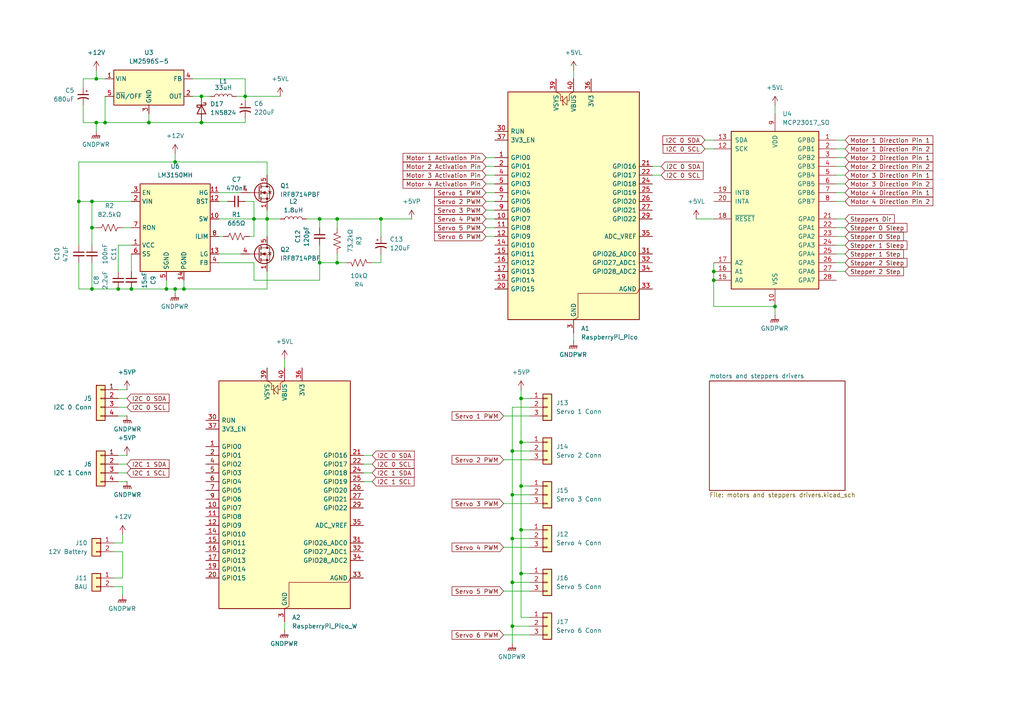
<source format=kicad_sch>
(kicad_sch (version 20250114) (generator "eeschema") (generator_version "9.0")
  (paper "A4")
  (lib_symbols
    (symbol "Connector_Generic:Conn_01x02" (pin_names (offset 1.016) (hide yes))
      (property "Reference" "J" (at 0 2.54 0))
      (property "Value" "Conn_01x02" (at 0 -5.08 0))
      (symbol "Conn_01x02_1_1"
        (rectangle (start -1.27 1.27) (end 1.27 -3.81) (stroke (width 0.254)) (fill (type background)))
        (rectangle (start -1.27 0.127) (end 0 -0.127) (stroke (width 0.1524)))
        (rectangle (start -1.27 -2.413) (end 0 -2.667) (stroke (width 0.1524)))
        (pin passive line (at -5.08 0 0) (length 3.81) (name "Pin_1") (number "1"))
        (pin passive line (at -5.08 -2.54 0) (length 3.81) (name "Pin_2") (number "2"))
      )
    )
    (symbol "Connector_Generic:Conn_01x03" (pin_names (offset 1.016) (hide yes))
      (property "Reference" "J" (at 0 5.08 0))
      (property "Value" "Conn_01x03" (at 0 -5.08 0))
      (symbol "Conn_01x03_1_1"
        (rectangle (start -1.27 3.81) (end 1.27 -3.81) (stroke (width 0.254)) (fill (type background)))
        (rectangle (start -1.27 2.667) (end 0 2.413) (stroke (width 0.1524)))
        (rectangle (start -1.27 0.127) (end 0 -0.127) (stroke (width 0.1524)))
        (rectangle (start -1.27 -2.413) (end 0 -2.667) (stroke (width 0.1524)))
        (pin passive line (at -5.08 2.54 0) (length 3.81) (name "Pin_1") (number "1"))
        (pin passive line (at -5.08 0 0) (length 3.81) (name "Pin_2") (number "2"))
        (pin passive line (at -5.08 -2.54 0) (length 3.81) (name "Pin_3") (number "3"))
      )
    )
    (symbol "Connector_Generic:Conn_01x04" (pin_names (offset 1.016) (hide yes))
      (property "Reference" "J" (at 0 5.08 0))
      (property "Value" "Conn_01x04" (at 0 -7.62 0))
      (symbol "Conn_01x04_1_1"
        (rectangle (start -1.27 3.81) (end 1.27 -6.35) (stroke (width 0.254)) (fill (type background)))
        (rectangle (start -1.27 2.667) (end 0 2.413) (stroke (width 0.1524)))
        (rectangle (start -1.27 0.127) (end 0 -0.127) (stroke (width 0.1524)))
        (rectangle (start -1.27 -2.413) (end 0 -2.667) (stroke (width 0.1524)))
        (rectangle (start -1.27 -4.953) (end 0 -5.207) (stroke (width 0.1524)))
        (pin passive line (at -5.08 2.54 0) (length 3.81) (name "Pin_1") (number "1"))
        (pin passive line (at -5.08 0 0) (length 3.81) (name "Pin_2") (number "2"))
        (pin passive line (at -5.08 -2.54 0) (length 3.81) (name "Pin_3") (number "3"))
        (pin passive line (at -5.08 -5.08 0) (length 3.81) (name "Pin_4") (number "4"))
      )
    )
    (symbol "Device:C_Polarized_Small_US" (pin_numbers (hide yes)) (pin_names (offset 0.254) (hide yes))
      (property "Reference" "C" (at 0.254 1.778 0))
      (property "Value" "C_Polarized_Small_US" (at 0.254 -2.032 0))
      (symbol "C_Polarized_Small_US_0_1"
        (polyline (pts (xy -1.524 0.508) (xy 1.524 0.508)) (stroke (width 0.3048)))
        (polyline (pts (xy -1.27 1.524) (xy -0.762 1.524)))
        (polyline (pts (xy -1.016 1.27) (xy -1.016 1.778)))
        (arc (start -1.524 -0.762) (mid 0 -0.3734) (end 1.524 -0.762) (stroke (width 0.3048)))
      )
      (symbol "C_Polarized_Small_US_1_1"
        (pin passive line (at 0 2.54 270) (length 2.032) (name "~") (number "1"))
        (pin passive line (at 0 -2.54 90) (length 2.032) (name "~") (number "2"))
      )
    )
    (symbol "Device:C_Small" (pin_numbers (hide yes)) (pin_names (offset 0.254) (hide yes))
      (property "Reference" "C" (at 0.254 1.778 0))
      (property "Value" "C_Small" (at 0.254 -2.032 0))
      (symbol "C_Small_0_1"
        (polyline (pts (xy -1.524 0.508) (xy 1.524 0.508)) (stroke (width 0.3048)))
        (polyline (pts (xy -1.524 -0.508) (xy 1.524 -0.508)) (stroke (width 0.3302)))
      )
      (symbol "C_Small_1_1"
        (pin passive line (at 0 2.54 270) (length 2.032) (name "~") (number "1"))
        (pin passive line (at 0 -2.54 90) (length 2.032) (name "~") (number "2"))
      )
    )
    (symbol "Device:L" (pin_numbers (hide yes)) (pin_names (offset 1.016) (hide yes))
      (property "Reference" "L" (at -1.27 0 90))
      (property "Value" "L" (at 1.905 0 90))
      (symbol "L_0_1"
        (arc (start 0 2.54) (mid 0.6323 1.905) (end 0 1.27))
        (arc (start 0 1.27) (mid 0.6323 0.635) (end 0 0))
        (arc (start 0 0) (mid 0.6323 -0.635) (end 0 -1.27))
        (arc (start 0 -1.27) (mid 0.6323 -1.905) (end 0 -2.54))
      )
      (symbol "L_1_1"
        (pin passive line (at 0 3.81 270) (length 1.27) (name "1") (number "1"))
        (pin passive line (at 0 -3.81 90) (length 1.27) (name "2") (number "2"))
      )
    )
    (symbol "Device:R_US" (pin_numbers (hide yes)) (pin_names (offset 0))
      (property "Reference" "R" (at 2.54 0 90))
      (property "Value" "R_US" (at -2.54 0 90))
      (symbol "R_US_0_1"
        (polyline (pts (xy 0 2.286) (xy 0 2.54)))
        (polyline (pts (xy 0 2.286) (xy 1.016 1.905) (xy 0 1.524) (xy -1.016 1.143) (xy 0 0.762)))
        (polyline (pts (xy 0 0.762) (xy 1.016 0.381) (xy 0 0) (xy -1.016 -0.381) (xy 0 -0.762)))
        (polyline (pts (xy 0 -0.762) (xy 1.016 -1.143) (xy 0 -1.524) (xy -1.016 -1.905) (xy 0 -2.286)))
        (polyline (pts (xy 0 -2.286) (xy 0 -2.54)))
      )
      (symbol "R_US_1_1"
        (pin passive line (at 0 3.81 270) (length 1.27) (name "~") (number "1"))
        (pin passive line (at 0 -3.81 90) (length 1.27) (name "~") (number "2"))
      )
    )
    (symbol "Diode:1N5822" (pin_numbers (hide yes)) (pin_names (offset 1.016) (hide yes))
      (property "Reference" "D" (at 0 2.54 0))
      (property "Value" "1N5822" (at 0 -2.54 0))
      (symbol "1N5822_0_1"
        (polyline (pts (xy -1.905 0.635) (xy -1.905 1.27) (xy -1.27 1.27) (xy -1.27 -1.27) (xy -0.635 -1.27) (xy -0.635 -0.635)) (stroke (width 0.254)))
        (polyline (pts (xy 1.27 1.27) (xy 1.27 -1.27) (xy -1.27 0) (xy 1.27 1.27)) (stroke (width 0.254)))
        (polyline (pts (xy 1.27 0) (xy -1.27 0)))
      )
      (symbol "1N5822_1_1"
        (pin passive line (at -3.81 0 0) (length 2.54) (name "K") (number "1"))
        (pin passive line (at 3.81 0 180) (length 2.54) (name "A") (number "2"))
      )
    )
    (symbol "Interface_Expansion:MCP23017_SO" (pin_names (offset 1.016))
      (property "Reference" "U" (at -11.43 24.13 0))
      (property "Value" "MCP23017_SO" (at 0 0 0))
      (symbol "MCP23017_SO_0_1"
        (rectangle (start -12.7 22.86) (end 12.7 -22.86) (stroke (width 0.254)) (fill (type background)))
      )
      (symbol "MCP23017_SO_1_1"
        (pin bidirectional line (at -17.78 20.32 0) (length 5.08) (name "SDA") (number "13"))
        (pin input line (at -17.78 17.78 0) (length 5.08) (name "SCK") (number "12"))
        (pin tri_state line (at -17.78 5.08 0) (length 5.08) (name "INTB") (number "19"))
        (pin tri_state line (at -17.78 2.54 0) (length 5.08) (name "INTA") (number "20"))
        (pin input line (at -17.78 -2.54 0) (length 5.08) (name "~{RESET}") (number "18"))
        (pin input line (at -17.78 -15.24 0) (length 5.08) (name "A2") (number "17"))
        (pin input line (at -17.78 -17.78 0) (length 5.08) (name "A1") (number "16"))
        (pin input line (at -17.78 -20.32 0) (length 5.08) (name "A0") (number "15"))
        (pin no_connect line (at -12.7 15.24 0) (length 5.08) (hide yes) (name "NC") (number "11"))
        (pin no_connect line (at -12.7 12.7 0) (length 5.08) (hide yes) (name "NC") (number "14"))
        (pin power_in line (at 0 27.94 270) (length 5.08) (name "VDD") (number "9"))
        (pin power_in line (at 0 -27.94 90) (length 5.08) (name "VSS") (number "10"))
        (pin bidirectional line (at 17.78 20.32 180) (length 5.08) (name "GPB0") (number "1"))
        (pin bidirectional line (at 17.78 17.78 180) (length 5.08) (name "GPB1") (number "2"))
        (pin bidirectional line (at 17.78 15.24 180) (length 5.08) (name "GPB2") (number "3"))
        (pin bidirectional line (at 17.78 12.7 180) (length 5.08) (name "GPB3") (number "4"))
        (pin bidirectional line (at 17.78 10.16 180) (length 5.08) (name "GPB4") (number "5"))
        (pin bidirectional line (at 17.78 7.62 180) (length 5.08) (name "GPB5") (number "6"))
        (pin bidirectional line (at 17.78 5.08 180) (length 5.08) (name "GPB6") (number "7"))
        (pin output line (at 17.78 2.54 180) (length 5.08) (name "GPB7") (number "8"))
        (pin bidirectional line (at 17.78 -2.54 180) (length 5.08) (name "GPA0") (number "21"))
        (pin bidirectional line (at 17.78 -5.08 180) (length 5.08) (name "GPA1") (number "22"))
        (pin bidirectional line (at 17.78 -7.62 180) (length 5.08) (name "GPA2") (number "23"))
        (pin bidirectional line (at 17.78 -10.16 180) (length 5.08) (name "GPA3") (number "24"))
        (pin bidirectional line (at 17.78 -12.7 180) (length 5.08) (name "GPA4") (number "25"))
        (pin bidirectional line (at 17.78 -15.24 180) (length 5.08) (name "GPA5") (number "26"))
        (pin bidirectional line (at 17.78 -17.78 180) (length 5.08) (name "GPA6") (number "27"))
        (pin output line (at 17.78 -20.32 180) (length 5.08) (name "GPA7") (number "28"))
      )
    )
    (symbol "MCU_Module:RaspberryPi_Pico" (pin_names (offset 0.762))
      (property "Reference" "A" (at -19.05 35.56 0))
      (property "Value" "RaspberryPi_Pico" (at 7.62 35.56 0))
      (symbol "RaspberryPi_Pico_0_1"
        (rectangle (start -19.05 34.29) (end 19.05 -31.75) (stroke (width 0.254)) (fill (type background)))
        (polyline (pts (xy -5.08 34.29) (xy -3.81 33.655) (xy -3.81 31.75) (xy -3.175 31.75)))
        (polyline (pts (xy -3.429 32.766) (xy -3.429 33.02) (xy -3.175 33.02) (xy -3.175 30.48) (xy -2.921 30.48) (xy -2.921 30.734)))
        (polyline (pts (xy -3.175 31.75) (xy -1.905 33.02) (xy -1.905 30.48) (xy -3.175 31.75)))
        (polyline (pts (xy 0 34.29) (xy -1.27 33.655) (xy -1.27 31.75) (xy -1.905 31.75)))
        (polyline (pts (xy 0 -31.75) (xy 1.27 -31.115) (xy 1.27 -24.13) (xy 18.415 -24.13) (xy 19.05 -22.86)))
      )
      (symbol "RaspberryPi_Pico_1_1"
        (pin passive line (at -22.86 22.86 0) (length 3.81) (name "RUN") (number "30"))
        (pin passive line (at -22.86 20.32 0) (length 3.81) (name "3V3_EN") (number "37"))
        (pin bidirectional line (at -22.86 15.24 0) (length 3.81) (name "GPIO0") (number "1"))
        (pin bidirectional line (at -22.86 12.7 0) (length 3.81) (name "GPIO1") (number "2"))
        (pin bidirectional line (at -22.86 10.16 0) (length 3.81) (name "GPIO2") (number "4"))
        (pin bidirectional line (at -22.86 7.62 0) (length 3.81) (name "GPIO3") (number "5"))
        (pin bidirectional line (at -22.86 5.08 0) (length 3.81) (name "GPIO4") (number "6"))
        (pin bidirectional line (at -22.86 2.54 0) (length 3.81) (name "GPIO5") (number "7"))
        (pin bidirectional line (at -22.86 0 0) (length 3.81) (name "GPIO6") (number "9"))
        (pin bidirectional line (at -22.86 -2.54 0) (length 3.81) (name "GPIO7") (number "10"))
        (pin bidirectional line (at -22.86 -5.08 0) (length 3.81) (name "GPIO8") (number "11"))
        (pin bidirectional line (at -22.86 -7.62 0) (length 3.81) (name "GPIO9") (number "12"))
        (pin bidirectional line (at -22.86 -10.16 0) (length 3.81) (name "GPIO10") (number "14"))
        (pin bidirectional line (at -22.86 -12.7 0) (length 3.81) (name "GPIO11") (number "15"))
        (pin bidirectional line (at -22.86 -15.24 0) (length 3.81) (name "GPIO12") (number "16"))
        (pin bidirectional line (at -22.86 -17.78 0) (length 3.81) (name "GPIO13") (number "17"))
        (pin bidirectional line (at -22.86 -20.32 0) (length 3.81) (name "GPIO14") (number "19"))
        (pin bidirectional line (at -22.86 -22.86 0) (length 3.81) (name "GPIO15") (number "20"))
        (pin power_in line (at -5.08 38.1 270) (length 3.81) (name "VSYS") (number "39"))
        (pin power_out line (at 0 38.1 270) (length 3.81) (name "VBUS") (number "40"))
        (pin passive line (at 0 -35.56 90) (length 3.81) (hide yes) (name "GND") (number "13"))
        (pin passive line (at 0 -35.56 90) (length 3.81) (hide yes) (name "GND") (number "18"))
        (pin passive line (at 0 -35.56 90) (length 3.81) (hide yes) (name "GND") (number "23"))
        (pin passive line (at 0 -35.56 90) (length 3.81) (hide yes) (name "GND") (number "28"))
        (pin power_out line (at 0 -35.56 90) (length 3.81) (name "GND") (number "3"))
        (pin passive line (at 0 -35.56 90) (length 3.81) (hide yes) (name "GND") (number "38"))
        (pin passive line (at 0 -35.56 90) (length 3.81) (hide yes) (name "GND") (number "8"))
        (pin power_out line (at 5.08 38.1 270) (length 3.81) (name "3V3") (number "36"))
        (pin bidirectional line (at 22.86 12.7 180) (length 3.81) (name "GPIO16") (number "21"))
        (pin bidirectional line (at 22.86 10.16 180) (length 3.81) (name "GPIO17") (number "22"))
        (pin bidirectional line (at 22.86 7.62 180) (length 3.81) (name "GPIO18") (number "24"))
        (pin bidirectional line (at 22.86 5.08 180) (length 3.81) (name "GPIO19") (number "25"))
        (pin bidirectional line (at 22.86 2.54 180) (length 3.81) (name "GPIO20") (number "26"))
        (pin bidirectional line (at 22.86 0 180) (length 3.81) (name "GPIO21") (number "27"))
        (pin bidirectional line (at 22.86 -2.54 180) (length 3.81) (name "GPIO22") (number "29"))
        (pin power_in line (at 22.86 -7.62 180) (length 3.81) (name "ADC_VREF") (number "35"))
        (pin bidirectional line (at 22.86 -12.7 180) (length 3.81) (name "GPIO26_ADC0") (number "31"))
        (pin bidirectional line (at 22.86 -15.24 180) (length 3.81) (name "GPIO27_ADC1") (number "32"))
        (pin bidirectional line (at 22.86 -17.78 180) (length 3.81) (name "GPIO28_ADC2") (number "34"))
        (pin power_out line (at 22.86 -22.86 180) (length 3.81) (name "AGND") (number "33"))
      )
    )
    (symbol "MCU_Module:RaspberryPi_Pico_W" (pin_names (offset 0.762))
      (property "Reference" "A" (at -19.05 35.56 0))
      (property "Value" "RaspberryPi_Pico_W" (at 7.62 35.56 0))
      (symbol "RaspberryPi_Pico_W_0_1"
        (rectangle (start -19.05 34.29) (end 19.05 -31.75) (stroke (width 0.254)) (fill (type background)))
        (polyline (pts (xy -5.08 34.29) (xy -3.81 33.655) (xy -3.81 31.75) (xy -3.175 31.75)))
        (polyline (pts (xy -3.429 32.766) (xy -3.429 33.02) (xy -3.175 33.02) (xy -3.175 30.48) (xy -2.921 30.48) (xy -2.921 30.734)))
        (polyline (pts (xy -3.175 31.75) (xy -1.905 33.02) (xy -1.905 30.48) (xy -3.175 31.75)))
        (polyline (pts (xy 0 34.29) (xy -1.27 33.655) (xy -1.27 31.75) (xy -1.905 31.75)))
        (polyline (pts (xy 0 -31.75) (xy 1.27 -31.115) (xy 1.27 -24.13) (xy 18.415 -24.13) (xy 19.05 -22.86)))
      )
      (symbol "RaspberryPi_Pico_W_1_1"
        (pin passive line (at -22.86 22.86 0) (length 3.81) (name "RUN") (number "30"))
        (pin passive line (at -22.86 20.32 0) (length 3.81) (name "3V3_EN") (number "37"))
        (pin bidirectional line (at -22.86 15.24 0) (length 3.81) (name "GPIO0") (number "1"))
        (pin bidirectional line (at -22.86 12.7 0) (length 3.81) (name "GPIO1") (number "2"))
        (pin bidirectional line (at -22.86 10.16 0) (length 3.81) (name "GPIO2") (number "4"))
        (pin bidirectional line (at -22.86 7.62 0) (length 3.81) (name "GPIO3") (number "5"))
        (pin bidirectional line (at -22.86 5.08 0) (length 3.81) (name "GPIO4") (number "6"))
        (pin bidirectional line (at -22.86 2.54 0) (length 3.81) (name "GPIO5") (number "7"))
        (pin bidirectional line (at -22.86 0 0) (length 3.81) (name "GPIO6") (number "9"))
        (pin bidirectional line (at -22.86 -2.54 0) (length 3.81) (name "GPIO7") (number "10"))
        (pin bidirectional line (at -22.86 -5.08 0) (length 3.81) (name "GPIO8") (number "11"))
        (pin bidirectional line (at -22.86 -7.62 0) (length 3.81) (name "GPIO9") (number "12"))
        (pin bidirectional line (at -22.86 -10.16 0) (length 3.81) (name "GPIO10") (number "14"))
        (pin bidirectional line (at -22.86 -12.7 0) (length 3.81) (name "GPIO11") (number "15"))
        (pin bidirectional line (at -22.86 -15.24 0) (length 3.81) (name "GPIO12") (number "16"))
        (pin bidirectional line (at -22.86 -17.78 0) (length 3.81) (name "GPIO13") (number "17"))
        (pin bidirectional line (at -22.86 -20.32 0) (length 3.81) (name "GPIO14") (number "19"))
        (pin bidirectional line (at -22.86 -22.86 0) (length 3.81) (name "GPIO15") (number "20"))
        (pin power_in line (at -5.08 38.1 270) (length 3.81) (name "VSYS") (number "39"))
        (pin power_out line (at 0 38.1 270) (length 3.81) (name "VBUS") (number "40"))
        (pin passive line (at 0 -35.56 90) (length 3.81) (hide yes) (name "GND") (number "13"))
        (pin passive line (at 0 -35.56 90) (length 3.81) (hide yes) (name "GND") (number "18"))
        (pin passive line (at 0 -35.56 90) (length 3.81) (hide yes) (name "GND") (number "23"))
        (pin passive line (at 0 -35.56 90) (length 3.81) (hide yes) (name "GND") (number "28"))
        (pin power_out line (at 0 -35.56 90) (length 3.81) (name "GND") (number "3"))
        (pin passive line (at 0 -35.56 90) (length 3.81) (hide yes) (name "GND") (number "38"))
        (pin passive line (at 0 -35.56 90) (length 3.81) (hide yes) (name "GND") (number "8"))
        (pin power_out line (at 5.08 38.1 270) (length 3.81) (name "3V3") (number "36"))
        (pin bidirectional line (at 22.86 12.7 180) (length 3.81) (name "GPIO16") (number "21"))
        (pin bidirectional line (at 22.86 10.16 180) (length 3.81) (name "GPIO17") (number "22"))
        (pin bidirectional line (at 22.86 7.62 180) (length 3.81) (name "GPIO18") (number "24"))
        (pin bidirectional line (at 22.86 5.08 180) (length 3.81) (name "GPIO19") (number "25"))
        (pin bidirectional line (at 22.86 2.54 180) (length 3.81) (name "GPIO20") (number "26"))
        (pin bidirectional line (at 22.86 0 180) (length 3.81) (name "GPIO21") (number "27"))
        (pin bidirectional line (at 22.86 -2.54 180) (length 3.81) (name "GPIO22") (number "29"))
        (pin power_in line (at 22.86 -7.62 180) (length 3.81) (name "ADC_VREF") (number "35"))
        (pin bidirectional line (at 22.86 -12.7 180) (length 3.81) (name "GPIO26_ADC0") (number "31"))
        (pin bidirectional line (at 22.86 -15.24 180) (length 3.81) (name "GPIO27_ADC1") (number "32"))
        (pin bidirectional line (at 22.86 -17.78 180) (length 3.81) (name "GPIO28_ADC2") (number "34"))
        (pin power_out line (at 22.86 -22.86 180) (length 3.81) (name "AGND") (number "33"))
      )
    )
    (symbol "Regulator_Switching:LM2596S-5"
      (property "Reference" "U" (at -10.16 6.35 0))
      (property "Value" "LM2596S-5" (at 0 6.35 0))
      (symbol "LM2596S-5_0_1"
        (rectangle (start -10.16 5.08) (end 10.16 -5.08) (stroke (width 0.254)) (fill (type background)))
      )
      (symbol "LM2596S-5_1_1"
        (pin power_in line (at -12.7 2.54 0) (length 2.54) (name "VIN") (number "1"))
        (pin input line (at -12.7 -2.54 0) (length 2.54) (name "~{ON}/OFF") (number "5"))
        (pin power_in line (at 0 -7.62 90) (length 2.54) (name "GND") (number "3"))
        (pin input line (at 12.7 2.54 180) (length 2.54) (name "FB") (number "4"))
        (pin output line (at 12.7 -2.54 180) (length 2.54) (name "OUT") (number "2"))
      )
    )
    (symbol "Regulator_Switching:LM3150MH"
      (property "Reference" "U" (at -10.16 13.97 0))
      (property "Value" "LM3150MH" (at 2.54 13.97 0))
      (symbol "LM3150MH_0_1"
        (rectangle (start -10.16 12.7) (end 10.16 -12.7) (stroke (width 0.254)) (fill (type background)))
      )
      (symbol "LM3150MH_1_1"
        (pin input line (at -12.7 10.16 0) (length 2.54) (name "EN") (number "3"))
        (pin power_in line (at -12.7 7.62 0) (length 2.54) (name "VIN") (number "2"))
        (pin input line (at -12.7 0 0) (length 2.54) (name "RON") (number "7"))
        (pin power_out line (at -12.7 -5.08 0) (length 2.54) (name "VCC") (number "1"))
        (pin passive line (at -12.7 -7.62 0) (length 2.54) (name "SS") (number "6"))
        (pin passive line (at -2.54 -15.24 90) (length 2.54) (hide yes) (name "SGND") (number "15"))
        (pin power_in line (at -2.54 -15.24 90) (length 2.54) (name "SGND") (number "5"))
        (pin passive line (at -2.54 -15.24 90) (length 2.54) (hide yes) (name "SGND") (number "9"))
        (pin power_in line (at 2.54 -15.24 90) (length 2.54) (name "PGND") (number "14"))
        (pin output line (at 12.7 10.16 180) (length 2.54) (name "HG") (number "11"))
        (pin passive line (at 12.7 7.62 180) (length 2.54) (name "BST") (number "12"))
        (pin output line (at 12.7 2.54 180) (length 2.54) (name "SW") (number "10"))
        (pin input line (at 12.7 -2.54 180) (length 2.54) (name "ILIM") (number "8"))
        (pin output line (at 12.7 -7.62 180) (length 2.54) (name "LG") (number "13"))
        (pin input line (at 12.7 -10.16 180) (length 2.54) (name "FB") (number "4"))
      )
    )
    (symbol "Transistor_FET:IRF8721PBF-1" (pin_names (hide yes))
      (property "Reference" "Q" (at 5.08 2.54 0))
      (property "Value" "IRF8721PBF-1" (at 5.08 0 0))
      (symbol "IRF8721PBF-1_0_1"
        (polyline (pts (xy 0.254 1.905) (xy 0.254 -1.905)) (stroke (width 0.254)))
        (polyline (pts (xy 0.254 0) (xy -2.54 0)))
        (polyline (pts (xy 0.762 2.286) (xy 0.762 1.27)) (stroke (width 0.254)))
        (polyline (pts (xy 0.762 0.508) (xy 0.762 -0.508)) (stroke (width 0.254)))
        (polyline (pts (xy 0.762 -1.27) (xy 0.762 -2.286)) (stroke (width 0.254)))
        (polyline (pts (xy 0.762 -1.778) (xy 3.302 -1.778) (xy 3.302 1.778) (xy 0.762 1.778)))
        (polyline (pts (xy 1.016 0) (xy 2.032 0.381) (xy 2.032 -0.381) (xy 1.016 0)) (fill (type outline)))
        (circle (center 1.651 0) (radius 2.794) (stroke (width 0.254)))
        (polyline (pts (xy 2.54 2.54) (xy 2.54 1.778)))
        (circle (center 2.54 1.778) (radius 0.254) (fill (type outline)))
        (circle (center 2.54 -1.778) (radius 0.254) (fill (type outline)))
        (polyline (pts (xy 2.54 -2.54) (xy 2.54 0) (xy 0.762 0)))
        (polyline (pts (xy 2.794 0.508) (xy 2.921 0.381) (xy 3.683 0.381) (xy 3.81 0.254)))
        (polyline (pts (xy 3.302 0.381) (xy 2.921 -0.254) (xy 3.683 -0.254) (xy 3.302 0.381)))
      )
      (symbol "IRF8721PBF-1_1_1"
        (pin input line (at -5.08 0 0) (length 2.54) (name "G") (number "4"))
        (pin passive line (at 2.54 5.08 270) (length 2.54) (name "D") (number "5"))
        (pin passive line (at 2.54 5.08 270) (length 2.54) (hide yes) (name "D") (number "6"))
        (pin passive line (at 2.54 5.08 270) (length 2.54) (hide yes) (name "D") (number "7"))
        (pin passive line (at 2.54 5.08 270) (length 2.54) (hide yes) (name "D") (number "8"))
        (pin passive line (at 2.54 -5.08 90) (length 2.54) (name "S") (number "1"))
        (pin passive line (at 2.54 -5.08 90) (length 2.54) (hide yes) (name "S") (number "2"))
        (pin passive line (at 2.54 -5.08 90) (length 2.54) (hide yes) (name "S") (number "3"))
      )
    )
    (symbol "power:+12V" (power) (pin_numbers (hide yes)) (pin_names (offset 0) (hide yes))
      (property "Value" "+12V" (at 0 3.556 0))
      (symbol "+12V_0_1"
        (polyline (pts (xy -0.762 1.27) (xy 0 2.54)))
        (polyline (pts (xy 0 2.54) (xy 0.762 1.27)))
        (polyline (pts (xy 0 0) (xy 0 2.54)))
      )
      (symbol "+12V_1_1"
        (pin power_in line (at 0 0 90) (length 0) (name "~") (number "1"))
      )
    )
    (symbol "power:+5VL" (power) (pin_numbers (hide yes)) (pin_names (offset 0) (hide yes))
      (property "Value" "+5VL" (at 0 3.556 0))
      (symbol "+5VL_0_1"
        (polyline (pts (xy -0.762 1.27) (xy 0 2.54)))
        (polyline (pts (xy 0 2.54) (xy 0.762 1.27)))
        (polyline (pts (xy 0 0) (xy 0 2.54)))
      )
      (symbol "+5VL_1_1"
        (pin power_in line (at 0 0 90) (length 0) (name "~") (number "1"))
      )
    )
    (symbol "power:+5VP" (power) (pin_numbers (hide yes)) (pin_names (offset 0) (hide yes))
      (property "Value" "+5VP" (at 0 3.556 0))
      (symbol "+5VP_0_1"
        (polyline (pts (xy -0.762 1.27) (xy 0 2.54)))
        (polyline (pts (xy 0 2.54) (xy 0.762 1.27)))
        (polyline (pts (xy 0 0) (xy 0 2.54)))
      )
      (symbol "+5VP_1_1"
        (pin power_in line (at 0 0 90) (length 0) (name "~") (number "1"))
      )
    )
    (symbol "power:GNDPWR" (power) (pin_numbers (hide yes)) (pin_names (offset 0) (hide yes))
      (property "Value" "GNDPWR" (at 0 -3.302 0))
      (symbol "GNDPWR_0_1"
        (polyline (pts (xy -1.016 -1.27) (xy -1.27 -2.032) (xy -1.27 -2.032)) (stroke (width 0.2032)))
        (polyline (pts (xy -0.508 -1.27) (xy -0.762 -2.032) (xy -0.762 -2.032)) (stroke (width 0.2032)))
        (polyline (pts (xy 0 -1.27) (xy 0 0)))
        (polyline (pts (xy 0 -1.27) (xy -0.254 -2.032) (xy -0.254 -2.032)) (stroke (width 0.2032)))
        (polyline (pts (xy 0.508 -1.27) (xy 0.254 -2.032) (xy 0.254 -2.032)) (stroke (width 0.2032)))
        (polyline (pts (xy 1.016 -1.27) (xy -1.016 -1.27) (xy -1.016 -1.27)) (stroke (width 0.2032)))
        (polyline (pts (xy 1.016 -1.27) (xy 0.762 -2.032) (xy 0.762 -2.032) (xy 0.762 -2.032)) (stroke (width 0.2032)))
      )
      (symbol "GNDPWR_1_1"
        (pin power_in line (at 0 0 270) (length 0) (name "~") (number "1"))
      )
    )
  )
  (junction (at 27.94 22.86))
  (junction (at 26.67 66.04))
  (junction (at 224.79 88.9))
  (junction (at 30.48 35.56))
  (junction (at 50.8 83.82))
  (junction (at 38.1 83.82))
  (junction (at 48.26 83.82))
  (junction (at 207.01 81.28))
  (junction (at 26.67 58.42))
  (junction (at 71.12 27.94))
  (junction (at 34.29 83.82))
  (junction (at 151.13 115.57))
  (junction (at 151.13 166.37))
  (junction (at 110.49 63.5))
  (junction (at 53.34 83.82))
  (junction (at 73.66 63.5))
  (junction (at 58.42 27.94))
  (junction (at 207.01 78.74))
  (junction (at 77.47 63.5))
  (junction (at 43.18 35.56))
  (junction (at 148.59 130.81))
  (junction (at 97.79 76.2))
  (junction (at 50.8 46.99))
  (junction (at 151.13 153.67))
  (junction (at 92.71 63.5))
  (junction (at 151.13 140.97))
  (junction (at 148.59 156.21))
  (junction (at 22.86 58.42))
  (junction (at 148.59 168.91))
  (junction (at 26.67 83.82))
  (junction (at 151.13 128.27))
  (junction (at 97.79 63.5))
  (junction (at 92.71 76.2))
  (junction (at 148.59 143.51))
  (junction (at 58.42 35.56))
  (junction (at 27.94 35.56))
  (junction (at 148.59 181.61))
  (wire (pts (xy 207.01 76.2) (xy 207.01 78.74)))
  (wire (pts (xy 148.59 130.81) (xy 148.59 143.51)))
  (wire (pts (xy 77.47 60.96) (xy 77.47 63.5)))
  (wire (pts (xy 204.47 40.64) (xy 207.01 40.64)))
  (wire (pts (xy 151.13 128.27) (xy 153.67 128.27)))
  (wire (pts (xy 26.67 66.04) (xy 27.94 66.04)))
  (wire (pts (xy 151.13 179.07) (xy 153.67 179.07)))
  (wire (pts (xy 72.39 68.58) (xy 73.66 68.58)))
  (wire (pts (xy 34.29 118.11) (xy 36.83 118.11)))
  (wire (pts (xy 245.11 43.18) (xy 242.57 43.18)))
  (wire (pts (xy 245.11 50.8) (xy 242.57 50.8)))
  (wire (pts (xy 34.29 115.57) (xy 36.83 115.57)))
  (wire (pts (xy 63.5 58.42) (xy 66.04 58.42)))
  (wire (pts (xy 33.02 170.18) (xy 35.56 170.18)))
  (wire (pts (xy 22.86 76.2) (xy 22.86 83.82)))
  (wire (pts (xy 24.13 22.86) (xy 24.13 25.4)))
  (wire (pts (xy 148.59 130.81) (xy 153.67 130.81)))
  (wire (pts (xy 166.37 96.52) (xy 166.37 99.06)))
  (wire (pts (xy 35.56 154.94) (xy 35.56 157.48)))
  (wire (pts (xy 245.11 68.58) (xy 242.57 68.58)))
  (wire (pts (xy 140.97 48.26) (xy 143.51 48.26)))
  (wire (pts (xy 146.05 184.15) (xy 153.67 184.15)))
  (wire (pts (xy 245.11 66.04) (xy 242.57 66.04)))
  (wire (pts (xy 148.59 168.91) (xy 148.59 181.61)))
  (wire (pts (xy 148.59 118.11) (xy 148.59 130.81)))
  (wire (pts (xy 140.97 58.42) (xy 143.51 58.42)))
  (wire (pts (xy 146.05 158.75) (xy 153.67 158.75)))
  (wire (pts (xy 151.13 140.97) (xy 151.13 153.67)))
  (wire (pts (xy 201.93 63.5) (xy 207.01 63.5)))
  (wire (pts (xy 148.59 168.91) (xy 153.67 168.91)))
  (wire (pts (xy 110.49 68.58) (xy 110.49 63.5)))
  (wire (pts (xy 33.02 157.48) (xy 35.56 157.48)))
  (wire (pts (xy 110.49 76.2) (xy 107.95 76.2)))
  (wire (pts (xy 73.66 63.5) (xy 73.66 68.58)))
  (wire (pts (xy 77.47 63.5) (xy 81.28 63.5)))
  (wire (pts (xy 166.37 20.32) (xy 166.37 22.86)))
  (wire (pts (xy 55.88 27.94) (xy 58.42 27.94)))
  (wire (pts (xy 50.8 46.99) (xy 22.86 46.99)))
  (wire (pts (xy 38.1 83.82) (xy 48.26 83.82)))
  (wire (pts (xy 82.55 180.34) (xy 82.55 182.88)))
  (wire (pts (xy 88.9 63.5) (xy 92.71 63.5)))
  (wire (pts (xy 146.05 146.05) (xy 153.67 146.05)))
  (wire (pts (xy 224.79 30.48) (xy 224.79 33.02)))
  (wire (pts (xy 73.66 63.5) (xy 77.47 63.5)))
  (wire (pts (xy 77.47 63.5) (xy 77.47 68.58)))
  (wire (pts (xy 110.49 73.66) (xy 110.49 76.2)))
  (wire (pts (xy 73.66 76.2) (xy 63.5 76.2)))
  (wire (pts (xy 245.11 76.2) (xy 242.57 76.2)))
  (wire (pts (xy 146.05 120.65) (xy 153.67 120.65)))
  (wire (pts (xy 146.05 133.35) (xy 153.67 133.35)))
  (wire (pts (xy 55.88 22.86) (xy 71.12 22.86)))
  (wire (pts (xy 35.56 160.02) (xy 35.56 167.64)))
  (wire (pts (xy 22.86 71.12) (xy 22.86 58.42)))
  (wire (pts (xy 30.48 22.86) (xy 27.94 22.86)))
  (wire (pts (xy 77.47 83.82) (xy 53.34 83.82)))
  (wire (pts (xy 151.13 153.67) (xy 153.67 153.67)))
  (wire (pts (xy 97.79 76.2) (xy 100.33 76.2)))
  (wire (pts (xy 148.59 156.21) (xy 148.59 168.91)))
  (wire (pts (xy 151.13 115.57) (xy 151.13 128.27)))
  (wire (pts (xy 105.41 137.16) (xy 107.95 137.16)))
  (wire (pts (xy 38.1 73.66) (xy 38.1 78.74)))
  (wire (pts (xy 71.12 22.86) (xy 71.12 27.94)))
  (wire (pts (xy 77.47 78.74) (xy 77.47 83.82)))
  (wire (pts (xy 27.94 35.56) (xy 30.48 35.56)))
  (wire (pts (xy 71.12 27.94) (xy 81.28 27.94)))
  (wire (pts (xy 36.83 139.7) (xy 34.29 139.7)))
  (wire (pts (xy 22.86 46.99) (xy 22.86 58.42)))
  (wire (pts (xy 43.18 35.56) (xy 30.48 35.56)))
  (wire (pts (xy 77.47 50.8) (xy 77.47 46.99)))
  (wire (pts (xy 58.42 35.56) (xy 71.12 35.56)))
  (wire (pts (xy 224.79 88.9) (xy 224.79 91.44)))
  (wire (pts (xy 151.13 166.37) (xy 153.67 166.37)))
  (wire (pts (xy 22.86 58.42) (xy 26.67 58.42)))
  (wire (pts (xy 151.13 128.27) (xy 151.13 140.97)))
  (wire (pts (xy 82.55 104.14) (xy 82.55 106.68)))
  (wire (pts (xy 34.29 137.16) (xy 36.83 137.16)))
  (wire (pts (xy 148.59 181.61) (xy 153.67 181.61)))
  (wire (pts (xy 207.01 81.28) (xy 207.01 88.9)))
  (wire (pts (xy 92.71 63.5) (xy 92.71 66.04)))
  (wire (pts (xy 110.49 63.5) (xy 119.38 63.5)))
  (wire (pts (xy 71.12 34.29) (xy 71.12 35.56)))
  (wire (pts (xy 148.59 143.51) (xy 148.59 156.21)))
  (wire (pts (xy 77.47 46.99) (xy 50.8 46.99)))
  (wire (pts (xy 140.97 63.5) (xy 143.51 63.5)))
  (wire (pts (xy 140.97 50.8) (xy 143.51 50.8)))
  (wire (pts (xy 207.01 78.74) (xy 207.01 81.28)))
  (wire (pts (xy 148.59 118.11) (xy 153.67 118.11)))
  (wire (pts (xy 35.56 160.02) (xy 33.02 160.02)))
  (wire (pts (xy 148.59 156.21) (xy 153.67 156.21)))
  (wire (pts (xy 140.97 68.58) (xy 143.51 68.58)))
  (wire (pts (xy 107.95 132.08) (xy 105.41 132.08)))
  (wire (pts (xy 27.94 35.56) (xy 27.94 38.1)))
  (wire (pts (xy 92.71 63.5) (xy 97.79 63.5)))
  (wire (pts (xy 30.48 27.94) (xy 30.48 35.56)))
  (wire (pts (xy 58.42 27.94) (xy 60.96 27.94)))
  (wire (pts (xy 151.13 115.57) (xy 153.67 115.57)))
  (wire (pts (xy 92.71 81.28) (xy 92.71 76.2)))
  (wire (pts (xy 73.66 76.2) (xy 73.66 81.28)))
  (wire (pts (xy 34.29 71.12) (xy 38.1 71.12)))
  (wire (pts (xy 148.59 181.61) (xy 148.59 186.69)))
  (wire (pts (xy 35.56 66.04) (xy 38.1 66.04)))
  (wire (pts (xy 245.11 58.42) (xy 242.57 58.42)))
  (wire (pts (xy 26.67 83.82) (xy 34.29 83.82)))
  (wire (pts (xy 245.11 48.26) (xy 242.57 48.26)))
  (wire (pts (xy 92.71 76.2) (xy 97.79 76.2)))
  (wire (pts (xy 48.26 81.28) (xy 48.26 83.82)))
  (wire (pts (xy 36.83 113.03) (xy 34.29 113.03)))
  (wire (pts (xy 50.8 83.82) (xy 53.34 83.82)))
  (wire (pts (xy 245.11 53.34) (xy 242.57 53.34)))
  (wire (pts (xy 151.13 166.37) (xy 151.13 179.07)))
  (wire (pts (xy 71.12 27.94) (xy 71.12 29.21)))
  (wire (pts (xy 207.01 88.9) (xy 224.79 88.9)))
  (wire (pts (xy 245.11 55.88) (xy 242.57 55.88)))
  (wire (pts (xy 43.18 35.56) (xy 43.18 33.02)))
  (wire (pts (xy 24.13 35.56) (xy 27.94 35.56)))
  (wire (pts (xy 35.56 167.64) (xy 33.02 167.64)))
  (wire (pts (xy 204.47 43.18) (xy 207.01 43.18)))
  (wire (pts (xy 107.95 134.62) (xy 105.41 134.62)))
  (wire (pts (xy 34.29 78.74) (xy 34.29 71.12)))
  (wire (pts (xy 151.13 113.03) (xy 151.13 115.57)))
  (wire (pts (xy 140.97 55.88) (xy 143.51 55.88)))
  (wire (pts (xy 24.13 30.48) (xy 24.13 35.56)))
  (wire (pts (xy 36.83 132.08) (xy 34.29 132.08)))
  (wire (pts (xy 24.13 22.86) (xy 27.94 22.86)))
  (wire (pts (xy 97.79 76.2) (xy 97.79 73.66)))
  (wire (pts (xy 92.71 71.12) (xy 92.71 76.2)))
  (wire (pts (xy 245.11 71.12) (xy 242.57 71.12)))
  (wire (pts (xy 151.13 153.67) (xy 151.13 166.37)))
  (wire (pts (xy 189.23 48.26) (xy 191.77 48.26)))
  (wire (pts (xy 34.29 134.62) (xy 36.83 134.62)))
  (wire (pts (xy 73.66 58.42) (xy 73.66 63.5)))
  (wire (pts (xy 245.11 73.66) (xy 242.57 73.66)))
  (wire (pts (xy 189.23 50.8) (xy 191.77 50.8)))
  (wire (pts (xy 151.13 140.97) (xy 153.67 140.97)))
  (wire (pts (xy 140.97 53.34) (xy 143.51 53.34)))
  (wire (pts (xy 26.67 58.42) (xy 38.1 58.42)))
  (wire (pts (xy 50.8 44.45) (xy 50.8 46.99)))
  (wire (pts (xy 140.97 45.72) (xy 143.51 45.72)))
  (wire (pts (xy 50.8 83.82) (xy 50.8 85.09)))
  (wire (pts (xy 35.56 170.18) (xy 35.56 172.72)))
  (wire (pts (xy 63.5 63.5) (xy 73.66 63.5)))
  (wire (pts (xy 22.86 83.82) (xy 26.67 83.82)))
  (wire (pts (xy 48.26 83.82) (xy 50.8 83.82)))
  (wire (pts (xy 36.83 120.65) (xy 34.29 120.65)))
  (wire (pts (xy 146.05 171.45) (xy 153.67 171.45)))
  (wire (pts (xy 27.94 22.86) (xy 27.94 20.32)))
  (wire (pts (xy 245.11 40.64) (xy 242.57 40.64)))
  (wire (pts (xy 53.34 81.28) (xy 53.34 83.82)))
  (wire (pts (xy 71.12 58.42) (xy 73.66 58.42)))
  (wire (pts (xy 140.97 60.96) (xy 143.51 60.96)))
  (wire (pts (xy 43.18 35.56) (xy 58.42 35.56)))
  (wire (pts (xy 73.66 81.28) (xy 92.71 81.28)))
  (wire (pts (xy 63.5 68.58) (xy 64.77 68.58)))
  (wire (pts (xy 26.67 66.04) (xy 26.67 71.12)))
  (wire (pts (xy 148.59 143.51) (xy 153.67 143.51)))
  (wire (pts (xy 34.29 83.82) (xy 38.1 83.82)))
  (wire (pts (xy 245.11 45.72) (xy 242.57 45.72)))
  (wire (pts (xy 97.79 66.04) (xy 97.79 63.5)))
  (wire (pts (xy 71.12 27.94) (xy 68.58 27.94)))
  (wire (pts (xy 26.67 58.42) (xy 26.67 66.04)))
  (wire (pts (xy 63.5 55.88) (xy 69.85 55.88)))
  (wire (pts (xy 245.11 78.74) (xy 242.57 78.74)))
  (wire (pts (xy 245.11 63.5) (xy 242.57 63.5)))
  (wire (pts (xy 26.67 76.2) (xy 26.67 83.82)))
  (wire (pts (xy 63.5 73.66) (xy 69.85 73.66)))
  (wire (pts (xy 140.97 66.04) (xy 143.51 66.04)))
  (wire (pts (xy 105.41 139.7) (xy 107.95 139.7)))
  (wire (pts (xy 97.79 63.5) (xy 110.49 63.5)))
  (global_label "Motor 4 Activation Pin" (shape input) (at 140.97 53.34 180) (property "Intersheetrefs" "${INTERSHEET_REFS}" (effects (hide yes))))
  (global_label "Motor 3 Activation Pin" (shape input) (at 140.97 50.8 180) (property "Intersheetrefs" "${INTERSHEET_REFS}" (effects (hide yes))))
  (global_label "Motor 2 Direction Pin 2" (shape input) (at 245.11 48.26 0) (property "Intersheetrefs" "${INTERSHEET_REFS}" (effects (hide yes))))
  (global_label "I2C 0 SDA" (shape input) (at 204.47 40.64 180) (property "Intersheetrefs" "${INTERSHEET_REFS}" (effects (hide yes))))
  (global_label "Servo 2 PWM" (shape input) (at 146.05 133.35 180) (property "Intersheetrefs" "${INTERSHEET_REFS}" (effects (hide yes))))
  (global_label "Stepper 1 Sleep" (shape input) (at 245.11 71.12 0) (property "Intersheetrefs" "${INTERSHEET_REFS}" (effects (hide yes))))
  (global_label "I2C 1 SCL" (shape input) (at 36.83 137.16 0) (property "Intersheetrefs" "${INTERSHEET_REFS}" (effects (hide yes))))
  (global_label "Servo 6 PWM" (shape input) (at 140.97 68.58 180) (property "Intersheetrefs" "${INTERSHEET_REFS}" (effects (hide yes))))
  (global_label "Motor 3 Direction Pin 1" (shape input) (at 245.11 50.8 0) (property "Intersheetrefs" "${INTERSHEET_REFS}" (effects (hide yes))))
  (global_label "Servo 3 PWM" (shape input) (at 146.05 146.05 180) (property "Intersheetrefs" "${INTERSHEET_REFS}" (effects (hide yes))))
  (global_label "I2C 0 SDA" (shape input) (at 107.95 132.08 0) (property "Intersheetrefs" "${INTERSHEET_REFS}" (effects (hide yes))))
  (global_label "Motor 1 Direction Pin 1" (shape input) (at 245.11 40.64 0) (property "Intersheetrefs" "${INTERSHEET_REFS}" (effects (hide yes))))
  (global_label "Servo 5 PWM" (shape input) (at 146.05 171.45 180) (property "Intersheetrefs" "${INTERSHEET_REFS}" (effects (hide yes))))
  (global_label "Servo 4 PWM" (shape input) (at 146.05 158.75 180) (property "Intersheetrefs" "${INTERSHEET_REFS}" (effects (hide yes))))
  (global_label "Motor 4 Direction Pin 1" (shape input) (at 245.11 55.88 0) (property "Intersheetrefs" "${INTERSHEET_REFS}" (effects (hide yes))))
  (global_label "Motor 4 Direction Pin 2" (shape input) (at 245.11 58.42 0) (property "Intersheetrefs" "${INTERSHEET_REFS}" (effects (hide yes))))
  (global_label "I2C 0 SCL" (shape input) (at 191.77 50.8 0) (property "Intersheetrefs" "${INTERSHEET_REFS}" (effects (hide yes))))
  (global_label "I2C 1 SDA" (shape input) (at 36.83 134.62 0) (property "Intersheetrefs" "${INTERSHEET_REFS}" (effects (hide yes))))
  (global_label "Motor 1 Activation Pin" (shape input) (at 140.97 45.72 180) (property "Intersheetrefs" "${INTERSHEET_REFS}" (effects (hide yes))))
  (global_label "Stepper 2 Step" (shape input) (at 245.11 78.74 0) (property "Intersheetrefs" "${INTERSHEET_REFS}" (effects (hide yes))))
  (global_label "Servo 6 PWM" (shape input) (at 146.05 184.15 180) (property "Intersheetrefs" "${INTERSHEET_REFS}" (effects (hide yes))))
  (global_label "I2C 0 SCL" (shape input) (at 36.83 118.11 0) (property "Intersheetrefs" "${INTERSHEET_REFS}" (effects (hide yes))))
  (global_label "Stepper 1 Step" (shape input) (at 245.11 73.66 0) (property "Intersheetrefs" "${INTERSHEET_REFS}" (effects (hide yes))))
  (global_label "I2C 1 SDA" (shape input) (at 107.95 137.16 0) (property "Intersheetrefs" "${INTERSHEET_REFS}" (effects (hide yes))))
  (global_label "Motor 3 Direction Pin 2" (shape input) (at 245.11 53.34 0) (property "Intersheetrefs" "${INTERSHEET_REFS}" (effects (hide yes))))
  (global_label "Servo 4 PWM" (shape input) (at 140.97 63.5 180) (property "Intersheetrefs" "${INTERSHEET_REFS}" (effects (hide yes))))
  (global_label "I2C 0 SCL" (shape input) (at 204.47 43.18 180) (property "Intersheetrefs" "${INTERSHEET_REFS}" (effects (hide yes))))
  (global_label "I2C 0 SDA" (shape input) (at 191.77 48.26 0) (property "Intersheetrefs" "${INTERSHEET_REFS}" (effects (hide yes))))
  (global_label "I2C 1 SCL" (shape input) (at 107.95 139.7 0) (property "Intersheetrefs" "${INTERSHEET_REFS}" (effects (hide yes))))
  (global_label "Servo 1 PWM" (shape input) (at 140.97 55.88 180) (property "Intersheetrefs" "${INTERSHEET_REFS}" (effects (hide yes))))
  (global_label "Servo 5 PWM" (shape input) (at 140.97 66.04 180) (property "Intersheetrefs" "${INTERSHEET_REFS}" (effects (hide yes))))
  (global_label "Motor 2 Activation Pin" (shape input) (at 140.97 48.26 180) (property "Intersheetrefs" "${INTERSHEET_REFS}" (effects (hide yes))))
  (global_label "I2C 0 SDA" (shape input) (at 36.83 115.57 0) (property "Intersheetrefs" "${INTERSHEET_REFS}" (effects (hide yes))))
  (global_label "Servo 3 PWM" (shape input) (at 140.97 60.96 180) (property "Intersheetrefs" "${INTERSHEET_REFS}" (effects (hide yes))))
  (global_label "Motor 2 Direction Pin 1" (shape input) (at 245.11 45.72 0) (property "Intersheetrefs" "${INTERSHEET_REFS}" (effects (hide yes))))
  (global_label "Stepper 0 Sleep" (shape input) (at 245.11 66.04 0) (property "Intersheetrefs" "${INTERSHEET_REFS}" (effects (hide yes))))
  (global_label "Stepper 0 Step" (shape input) (at 245.11 68.58 0) (property "Intersheetrefs" "${INTERSHEET_REFS}" (effects (hide yes))))
  (global_label "Motor 1 Direction Pin 2" (shape input) (at 245.11 43.18 0) (property "Intersheetrefs" "${INTERSHEET_REFS}" (effects (hide yes))))
  (global_label "I2C 0 SCL" (shape input) (at 107.95 134.62 0) (property "Intersheetrefs" "${INTERSHEET_REFS}" (effects (hide yes))))
  (global_label "Steppers Dir" (shape input) (at 245.11 63.5 0) (property "Intersheetrefs" "${INTERSHEET_REFS}" (effects (hide yes))))
  (global_label "Servo 1 PWM" (shape input) (at 146.05 120.65 180) (property "Intersheetrefs" "${INTERSHEET_REFS}" (effects (hide yes))))
  (global_label "Servo 2 PWM" (shape input) (at 140.97 58.42 180) (property "Intersheetrefs" "${INTERSHEET_REFS}" (effects (hide yes))))
  (global_label "Stepper 2 Sleep" (shape input) (at 245.11 76.2 0) (property "Intersheetrefs" "${INTERSHEET_REFS}" (effects (hide yes))))
  (symbol (lib_id "power:GNDPWR") (at 27.94 38.1 0) (unit 1)
    (property "Reference" "#PWR014" (effects (hide yes)))
    (property "Value" "GNDPWR" (at 27.813 41.91 0))
    (property "Description" "Power symbol creates a global label with name \"GNDPWR\" , global ground" (effects (hide yes)))
  )
  (symbol (lib_id "Connector_Generic:Conn_01x03") (at 158.75 130.81 0) (unit 1)
    (property "Reference" "J14" (at 161.29 129.5399 0) (effects (justify left)))
    (property "Value" "Servo 2 Conn" (at 161.29 132.0799 0) (effects (justify left)))
    (property "Description" "Generic connector, single row, 01x03, script generated (kicad-library-utils/schlib/autogen/connector/)" (effects (hide yes)))
  )
  (symbol (lib_id "Connector_Generic:Conn_01x02") (at 27.94 157.48 0) (mirror y) (unit 1)
    (property "Reference" "J10" (at 25.4 157.4799 0) (effects (justify left)))
    (property "Value" "12V Battery" (at 25.4 160.0199 0) (effects (justify left)))
    (property "Description" "Generic connector, single row, 01x02, script generated (kicad-library-utils/schlib/autogen/connector/)" (effects (hide yes)))
  )
  (symbol (lib_id "power:+5VL") (at 82.55 104.14 0) (unit 1)
    (property "Reference" "#PWR038" (effects (hide yes)))
    (property "Value" "+5VL" (at 82.55 99.06 0))
    (property "Description" "Power symbol creates a global label with name \"+5VL\"" (effects (hide yes)))
  )
  (symbol (lib_id "Connector_Generic:Conn_01x04") (at 29.21 134.62 0) (mirror y) (unit 1)
    (property "Reference" "J6" (at 26.67 134.6199 0) (effects (justify left)))
    (property "Value" "I2C 1 Conn" (at 26.67 137.1599 0) (effects (justify left)))
    (property "Description" "Generic connector, single row, 01x04, script generated (kicad-library-utils/schlib/autogen/connector/)" (effects (hide yes)))
  )
  (symbol (lib_id "power:GNDPWR") (at 148.59 186.69 0) (unit 1)
    (property "Reference" "#PWR043" (effects (hide yes)))
    (property "Value" "GNDPWR" (at 148.463 190.5 0))
    (property "Description" "Power symbol creates a global label with name \"GNDPWR\" , global ground" (effects (hide yes)))
  )
  (symbol (lib_id "power:+5VP") (at 36.83 113.03 0) (mirror y) (unit 1)
    (property "Reference" "#PWR021" (effects (hide yes)))
    (property "Value" "+5VP" (at 36.83 107.95 0))
    (property "Description" "Power symbol creates a global label with name \"+5VP\"" (effects (hide yes)))
  )
  (symbol (lib_id "Transistor_FET:IRF8721PBF-1") (at 74.93 73.66 0) (unit 1)
    (property "Reference" "Q2" (at 81.28 72.3899 0) (effects (justify left)))
    (property "Value" "IRF8714PBF" (at 81.28 74.9299 0) (effects (justify left)))
    (property "Footprint" "Package_SO:SOIC-8_3.9x4.9mm_P1.27mm" (effects (hide yes)))
    (property "Datasheet" "http://www.irf.com/product-info/datasheets/data/irf8721pbf-1.pdf" (effects (hide yes)))
    (property "Description" "14A Id, 30V Vds, HEXFET N-Channel MOSFET, SO-8" (effects (hide yes)))
  )
  (symbol (lib_id "power:GNDPWR") (at 36.83 139.7 0) (mirror y) (unit 1)
    (property "Reference" "#PWR024" (effects (hide yes)))
    (property "Value" "GNDPWR" (at 36.957 143.51 0))
    (property "Description" "Power symbol creates a global label with name \"GNDPWR\" , global ground" (effects (hide yes)))
  )
  (symbol (lib_id "Connector_Generic:Conn_01x02") (at 27.94 167.64 0) (mirror y) (unit 1)
    (property "Reference" "J11" (at 25.4 167.6399 0) (effects (justify left)))
    (property "Value" "BAU" (at 25.4 170.1799 0) (effects (justify left)))
    (property "Description" "Generic connector, single row, 01x02, script generated (kicad-library-utils/schlib/autogen/connector/)" (effects (hide yes)))
  )
  (symbol (lib_id "Regulator_Switching:LM3150MH") (at 50.8 66.04 0) (unit 1)
    (property "Reference" "U6" (at 50.8 48.26 0))
    (property "Value" "LM3150MH" (at 50.8 50.8 0))
    (property "Footprint" "Package_SO:HTSSOP-14-1EP_4.4x5mm_P0.65mm_EP3.4x5mm_Mask3x3.1mm" (effects (hide yes)))
    (property "Datasheet" "http://www.ti.com/lit/ds/symlink/lm3150.pdf" (effects (hide yes)))
    (property "Description" "42V Wide Vin synchronous Buck controller, HTSSOP-14" (effects (hide yes)))
  )
  (symbol (lib_id "Regulator_Switching:LM2596S-5") (at 43.18 25.4 0) (unit 1)
    (property "Reference" "U3" (at 43.18 15.24 0))
    (property "Value" "LM2596S-5" (at 43.18 17.78 0))
    (property "Footprint" "Package_TO_SOT_SMD:TO-263-5_TabPin3" (effects (hide yes)))
    (property "Datasheet" "http://www.ti.com/lit/ds/symlink/lm2596.pdf" (effects (hide yes)))
    (property "Description" "5V 3A Step-Down Voltage Regulator, TO-263" (effects (hide yes)))
  )
  (symbol (lib_id "Connector_Generic:Conn_01x03") (at 158.75 168.91 0) (unit 1)
    (property "Reference" "J16" (at 161.29 167.6399 0) (effects (justify left)))
    (property "Value" "Servo 5 Conn" (at 161.29 170.1799 0) (effects (justify left)))
    (property "Description" "Generic connector, single row, 01x03, script generated (kicad-library-utils/schlib/autogen/connector/)" (effects (hide yes)))
  )
  (symbol (lib_id "Transistor_FET:IRF8721PBF-1") (at 74.93 55.88 0) (unit 1)
    (property "Reference" "Q1" (at 81.28 54.6099 0) (effects (justify left bottom)))
    (property "Value" "IRF8714PBF" (at 81.28 57.1499 0) (effects (justify left bottom)))
    (property "Footprint" "Package_SO:SOIC-8_3.9x4.9mm_P1.27mm" (effects (hide yes)))
    (property "Datasheet" "http://www.irf.com/product-info/datasheets/data/irf8721pbf-1.pdf" (effects (hide yes)))
    (property "Description" "14A Id, 30V Vds, HEXFET N-Channel MOSFET, SO-8" (effects (hide yes)))
  )
  (symbol (lib_id "Device:C_Polarized_Small_US") (at 24.13 27.94 0) (mirror y) (unit 1)
    (property "Reference" "C5" (at 21.59 26.2381 0) (effects (justify left)))
    (property "Value" "680uF" (at 21.59 28.7781 0) (effects (justify left)))
    (property "Description" "Polarized capacitor, small US symbol" (effects (hide yes)))
  )
  (symbol (lib_id "power:GNDPWR") (at 224.79 91.44 0) (unit 1)
    (property "Reference" "#PWR017" (effects (hide yes)))
    (property "Value" "GNDPWR" (at 224.663 95.25 0))
    (property "Description" "Power symbol creates a global label with name \"GNDPWR\" , global ground" (effects (hide yes)))
  )
  (symbol (lib_id "power:+5VP") (at 81.28 27.94 0) (unit 1)
    (property "Reference" "#PWR011" (effects (hide yes)))
    (property "Value" "+5VL" (at 81.28 22.86 0))
    (property "Description" "Power symbol creates a global label with name \"+5VP\"" (effects (hide yes)))
  )
  (symbol (lib_id "Diode:1N5822") (at 58.42 31.75 270) (unit 1)
    (property "Reference" "D17" (at 60.96 30.1624 90) (effects (justify left)))
    (property "Value" "1N5824" (at 60.96 32.7024 90) (effects (justify left)))
    (property "Footprint" "Diode_THT:D_DO-201AD_P15.24mm_Horizontal" (effects (hide yes)))
    (property "Datasheet" "http://www.vishay.com/docs/88526/1n5820.pdf" (effects (hide yes)))
    (property "Description" "40V 3A Schottky Barrier Rectifier Diode, DO-201AD" (effects (hide yes)))
  )
  (symbol (lib_id "Device:C_Small") (at 38.1 81.28 0) (unit 1)
    (property "Reference" "C9" (at 44.45 81.2863 90))
    (property "Value" "15nF" (at 41.91 81.2863 90))
    (property "Description" "Unpolarized capacitor, small symbol" (effects (hide yes)))
  )
  (symbol (lib_id "Connector_Generic:Conn_01x04") (at 29.21 115.57 0) (mirror y) (unit 1)
    (property "Reference" "J5" (at 26.67 115.5699 0) (effects (justify left)))
    (property "Value" "I2C 0 Conn" (at 26.67 118.1099 0) (effects (justify left)))
    (property "Description" "Generic connector, single row, 01x04, script generated (kicad-library-utils/schlib/autogen/connector/)" (effects (hide yes)))
  )
  (symbol (lib_id "Device:R_US") (at 104.14 76.2 90) (mirror x) (unit 1)
    (property "Reference" "R4" (at 104.14 82.55 90))
    (property "Value" "10kΩ" (at 104.14 80.01 90))
    (property "Description" "Resistor, US symbol" (effects (hide yes)))
  )
  (symbol (lib_id "Device:L") (at 85.09 63.5 90) (unit 1)
    (property "Reference" "L2" (at 85.09 58.42 90))
    (property "Value" "1.8uH" (at 85.09 60.96 90))
    (property "Description" "Inductor" (effects (hide yes)))
  )
  (symbol (lib_id "power:GNDPWR") (at 166.37 99.06 0) (unit 1)
    (property "Reference" "#PWR012" (effects (hide yes)))
    (property "Value" "GNDPWR" (at 166.243 102.87 0))
    (property "Description" "Power symbol creates a global label with name \"GNDPWR\" , global ground" (effects (hide yes)))
  )
  (symbol (lib_id "power:+12V") (at 35.56 154.94 0) (unit 1)
    (property "Reference" "#PWR040" (effects (hide yes)))
    (property "Value" "+12V" (at 35.56 149.86 0))
    (property "Description" "Power symbol creates a global label with name \"+12V\"" (effects (hide yes)))
  )
  (symbol (lib_id "Connector_Generic:Conn_01x03") (at 158.75 118.11 0) (unit 1)
    (property "Reference" "J13" (at 161.29 116.8399 0) (effects (justify left)))
    (property "Value" "Servo 1 Conn" (at 161.29 119.3799 0) (effects (justify left)))
    (property "Description" "Generic connector, single row, 01x03, script generated (kicad-library-utils/schlib/autogen/connector/)" (effects (hide yes)))
  )
  (symbol (lib_id "Interface_Expansion:MCP23017_SO") (at 224.79 60.96 0) (unit 1)
    (property "Reference" "U4" (at 226.9333 33.02 0) (effects (justify left)))
    (property "Value" "MCP23017_SO" (at 226.9333 35.56 0) (effects (justify left)))
    (property "Footprint" "Package_SO:SOIC-28W_7.5x17.9mm_P1.27mm" (effects (hide yes)))
    (property "Datasheet" "https://ww1.microchip.com/downloads/aemDocuments/documents/APID/ProductDocuments/DataSheets/MCP23017-Data-Sheet-DS20001952.pdf" (effects (hide yes)))
    (property "Description" "16-bit I/O expander, I2C, interrupts, w pull-ups, GPA/B7 output only (https://microchip.my.site.com/s/article/GPA7---GPB7-Cannot-Be-Used-as-Inputs-In-MCP23017),  SOIC-28" (effects (hide yes)))
  )
  (symbol (lib_id "Device:R_US") (at 31.75 66.04 90) (unit 1)
    (property "Reference" "R2" (at 31.75 59.69 90))
    (property "Value" "82.5kΩ" (at 31.75 62.23 90))
    (property "Description" "Resistor, US symbol" (effects (hide yes)))
  )
  (symbol (lib_id "Device:C_Small") (at 34.29 81.28 0) (mirror y) (unit 1)
    (property "Reference" "C8" (at 27.94 81.2863 90))
    (property "Value" "2.2uF" (at 30.48 81.2863 90))
    (property "Description" "Unpolarized capacitor, small symbol" (effects (hide yes)))
  )
  (symbol (lib_id "Connector_Generic:Conn_01x03") (at 158.75 143.51 0) (unit 1)
    (property "Reference" "J15" (at 161.29 142.2399 0) (effects (justify left)))
    (property "Value" "Servo 3 Conn" (at 161.29 144.7799 0) (effects (justify left)))
    (property "Description" "Generic connector, single row, 01x03, script generated (kicad-library-utils/schlib/autogen/connector/)" (effects (hide yes)))
  )
  (symbol (lib_id "power:+12V") (at 27.94 20.32 0) (unit 1)
    (property "Reference" "#PWR013" (effects (hide yes)))
    (property "Value" "+12V" (at 27.94 15.24 0))
    (property "Description" "Power symbol creates a global label with name \"+12V\"" (effects (hide yes)))
  )
  (symbol (lib_id "power:+5VP") (at 36.83 132.08 0) (mirror y) (unit 1)
    (property "Reference" "#PWR023" (effects (hide yes)))
    (property "Value" "+5VP" (at 36.83 127 0))
    (property "Description" "Power symbol creates a global label with name \"+5VP\"" (effects (hide yes)))
  )
  (symbol (lib_id "Device:C_Polarized_Small_US") (at 110.49 71.12 0) (unit 1)
    (property "Reference" "C13" (at 113.03 69.4181 0) (effects (justify left)))
    (property "Value" "120uF" (at 113.03 71.9581 0) (effects (justify left)))
    (property "Description" "Polarized capacitor, small US symbol" (effects (hide yes)))
  )
  (symbol (lib_id "Device:R_US") (at 97.79 69.85 0) (mirror x) (unit 1)
    (property "Reference" "R3" (at 104.14 69.85 90))
    (property "Value" "73.2kΩ" (at 101.6 69.85 90))
    (property "Description" "Resistor, US symbol" (effects (hide yes)))
  )
  (symbol (lib_id "Device:C_Small") (at 92.71 68.58 0) (mirror y) (unit 1)
    (property "Reference" "C12" (at 86.36 68.5863 90))
    (property "Value" "120pF" (at 88.9 68.5863 90))
    (property "Description" "Unpolarized capacitor, small symbol" (effects (hide yes)))
  )
  (symbol (lib_id "power:+5VP") (at 151.13 113.03 0) (unit 1)
    (property "Reference" "#PWR042" (effects (hide yes)))
    (property "Value" "+5VP" (at 151.13 107.95 0))
    (property "Description" "Power symbol creates a global label with name \"+5VP\"" (effects (hide yes)))
  )
  (symbol (lib_id "power:GNDPWR") (at 82.55 182.88 0) (unit 1)
    (property "Reference" "#PWR039" (effects (hide yes)))
    (property "Value" "GNDPWR" (at 82.423 186.69 0))
    (property "Description" "Power symbol creates a global label with name \"GNDPWR\" , global ground" (effects (hide yes)))
  )
  (symbol (lib_id "power:+5VL") (at 201.93 63.5 0) (unit 1)
    (property "Reference" "#PWR025" (effects (hide yes)))
    (property "Value" "+5VL" (at 201.93 58.42 0))
    (property "Description" "Power symbol creates a global label with name \"+5VL\"" (effects (hide yes)))
  )
  (symbol (lib_id "Device:C_Small") (at 22.86 73.66 0) (mirror y) (unit 1)
    (property "Reference" "C10" (at 16.51 73.6663 90))
    (property "Value" "47uF" (at 19.05 73.6663 90))
    (property "Description" "Unpolarized capacitor, small symbol" (effects (hide yes)))
  )
  (symbol (lib_id "Device:C_Small") (at 26.67 73.66 0) (unit 1)
    (property "Reference" "C11" (at 33.02 73.6663 90))
    (property "Value" "100nF" (at 30.48 73.6663 90))
    (property "Description" "Unpolarized capacitor, small symbol" (effects (hide yes)))
  )
  (symbol (lib_id "power:GNDPWR") (at 35.56 172.72 0) (unit 1)
    (property "Reference" "#PWR041" (effects (hide yes)))
    (property "Value" "GNDPWR" (at 35.433 176.53 0))
    (property "Description" "Power symbol creates a global label with name \"GNDPWR\" , global ground" (effects (hide yes)))
  )
  (symbol (lib_id "MCU_Module:RaspberryPi_Pico_W") (at 82.55 144.78 0) (unit 1)
    (property "Reference" "A2" (at 84.6933 179.07 0) (effects (justify left)))
    (property "Value" "RaspberryPi_Pico_W" (at 84.6933 181.61 0) (effects (justify left)))
    (property "Footprint" "Module:RaspberryPi_Pico_W_SMD_HandSolder" (effects (hide yes)))
    (property "Datasheet" "https://datasheets.raspberrypi.com/picow/pico-w-datasheet.pdf" (effects (hide yes)))
    (property "Description" "Versatile and inexpensive wireless microcontroller module powered by RP2040 dual-core Arm Cortex-M0+ processor up to 133 MHz, 264kB SRAM, 2MB QSPI flash, Infineon CYW43439 2.4GHz 802.11n wireless LAN; also supports Raspberry Pi Pico 2 W" (effects (hide yes)))
  )
  (symbol (lib_id "power:+12V") (at 50.8 44.45 0) (unit 1)
    (property "Reference" "#PWR019" (effects (hide yes)))
    (property "Value" "+12V" (at 50.8 39.37 0))
    (property "Description" "Power symbol creates a global label with name \"+12V\"" (effects (hide yes)))
  )
  (symbol (lib_id "Device:L") (at 64.77 27.94 90) (unit 1)
    (property "Reference" "L1" (at 64.77 22.86 90) (effects (justify bottom)))
    (property "Value" "33uH" (at 64.77 25.4 90))
    (property "Description" "Inductor" (effects (hide yes)))
  )
  (symbol (lib_id "Connector_Generic:Conn_01x03") (at 158.75 181.61 0) (unit 1)
    (property "Reference" "J17" (at 161.29 180.3399 0) (effects (justify left)))
    (property "Value" "Servo 6 Conn" (at 161.29 182.8799 0) (effects (justify left)))
    (property "Description" "Generic connector, single row, 01x03, script generated (kicad-library-utils/schlib/autogen/connector/)" (effects (hide yes)))
  )
  (symbol (lib_id "power:+5VL") (at 224.79 30.48 0) (unit 1)
    (property "Reference" "#PWR016" (effects (hide yes)))
    (property "Value" "+5VL" (at 224.79 25.4 0))
    (property "Description" "Power symbol creates a global label with name \"+5VL\"" (effects (hide yes)))
  )
  (symbol (lib_id "power:+5VL") (at 166.37 20.32 0) (unit 1)
    (property "Reference" "#PWR05" (effects (hide yes)))
    (property "Value" "+5VL" (at 166.37 15.24 0))
    (property "Description" "Power symbol creates a global label with name \"+5VL\"" (effects (hide yes)))
  )
  (symbol (lib_id "Device:C_Small") (at 68.58 58.42 90) (unit 1)
    (property "Reference" "C7" (at 68.5863 52.07 90))
    (property "Value" "470nF" (at 68.5863 54.61 90))
    (property "Description" "Unpolarized capacitor, small symbol" (effects (hide yes)))
  )
  (symbol (lib_id "power:GNDPWR") (at 36.83 120.65 0) (mirror y) (unit 1)
    (property "Reference" "#PWR022" (effects (hide yes)))
    (property "Value" "GNDPWR" (at 36.957 124.46 0))
    (property "Description" "Power symbol creates a global label with name \"GNDPWR\" , global ground" (effects (hide yes)))
  )
  (symbol (lib_id "Device:C_Polarized_Small_US") (at 71.12 31.75 0) (unit 1)
    (property "Reference" "C6" (at 73.66 30.0481 0) (effects (justify left)))
    (property "Value" "220uF" (at 73.66 32.5881 0) (effects (justify left)))
    (property "Description" "Polarized capacitor, small US symbol" (effects (hide yes)))
  )
  (symbol (lib_id "Device:R_US") (at 68.58 68.58 90) (unit 1)
    (property "Reference" "R1" (at 68.58 62.23 90))
    (property "Value" "665Ω" (at 68.58 64.77 90))
    (property "Description" "Resistor, US symbol" (effects (hide yes)))
  )
  (symbol (lib_id "MCU_Module:RaspberryPi_Pico") (at 166.37 60.96 0) (unit 1)
    (property "Reference" "A1" (at 168.5133 95.25 0) (effects (justify left)))
    (property "Value" "RaspberryPi_Pico" (at 168.5133 97.79 0) (effects (justify left)))
    (property "Footprint" "Module:RaspberryPi_Pico_Common_Unspecified" (effects (hide yes)))
    (property "Datasheet" "https://datasheets.raspberrypi.com/pico/pico-datasheet.pdf" (effects (hide yes)))
    (property "Description" "Versatile and inexpensive microcontroller module powered by RP2040 dual-core Arm Cortex-M0+ processor up to 133 MHz, 264kB SRAM, 2MB QSPI flash; also supports Raspberry Pi Pico 2" (effects (hide yes)))
  )
  (symbol (lib_id "power:+5VP") (at 119.38 63.5 0) (unit 1)
    (property "Reference" "#PWR020" (effects (hide yes)))
    (property "Value" "+5VP" (at 119.38 58.42 0))
    (property "Description" "Power symbol creates a global label with name \"+5VP\"" (effects (hide yes)))
  )
  (symbol (lib_id "power:GNDPWR") (at 50.8 85.09 0) (unit 1)
    (property "Reference" "#PWR018" (effects (hide yes)))
    (property "Value" "GNDPWR" (at 50.673 88.9 0))
    (property "Description" "Power symbol creates a global label with name \"GNDPWR\" , global ground" (effects (hide yes)))
  )
  (symbol (lib_id "Connector_Generic:Conn_01x03") (at 158.75 156.21 0) (unit 1)
    (property "Reference" "J12" (at 161.29 154.9399 0) (effects (justify left)))
    (property "Value" "Servo 4 Conn" (at 161.29 157.4799 0) (effects (justify left)))
    (property "Description" "Generic connector, single row, 01x03, script generated (kicad-library-utils/schlib/autogen/connector/)" (effects (hide yes)))
  )
  (sheet (at 205.74 110.49) (size 39.37 31.75) (stroke (width 0.1524))
    (property "Sheetname" "motors and steppers drivers" (at 205.74 109.7784 0) (effects (justify left bottom)))
    (property "Sheetfile" "motors and steppers drivers.kicad_sch" (at 205.74 142.8246 0) (effects (justify left top)))
  )
)
</source>
